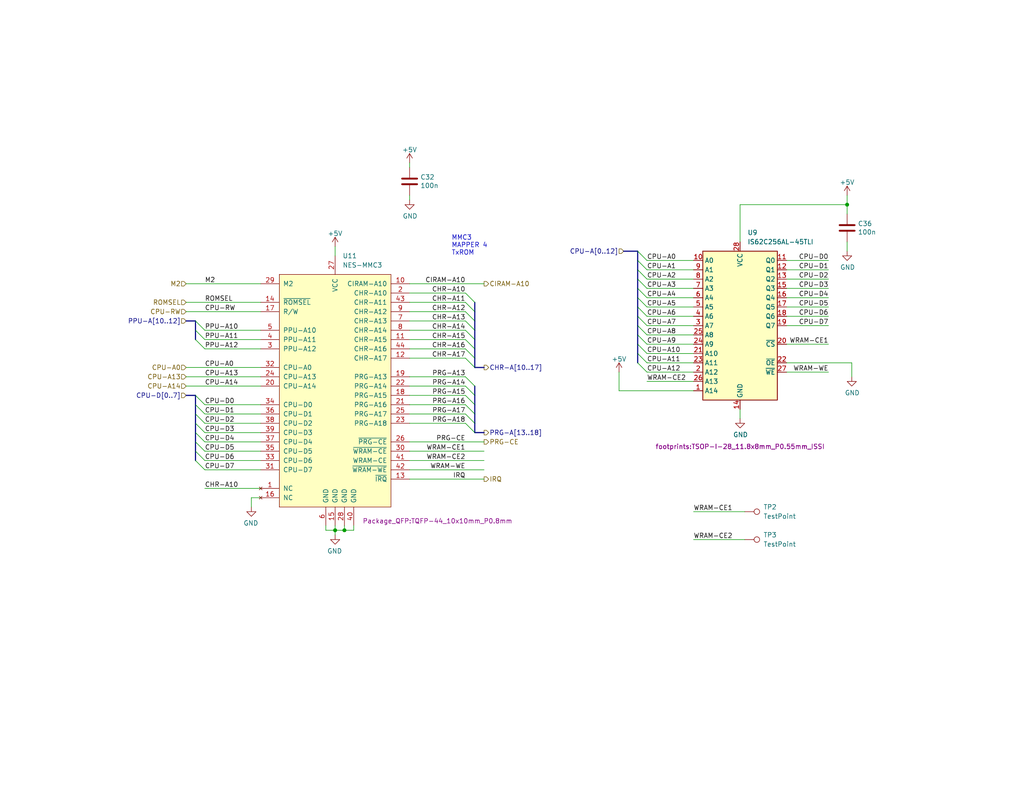
<source format=kicad_sch>
(kicad_sch (version 20211123) (generator eeschema)
  (paper "A")
  (title_block (title "InGame-NES MMC3") (date "2022-06-03") (rev "1") (company "Late to the Game"))
  (junction (at 198.12 -87.63))
  (junction (at 396.24 -24.13))
  (junction (at 396.24 57.15))
  (junction (at 215.9 -76.2))
  (junction (at 396.24 -39.37))
  (junction (at 91.44 144.78))
  (junction (at 215.9 -40.64))
  (junction (at 248.92 -106.68))
  (junction (at 396.24 11.43))
  (junction (at 231.14 55.88))
  (junction (at 356.87 -50.8))
  (junction (at 215.9 -60.96))
  (junction (at 93.98 144.78))
  (junction (at 156.21 -40.64))
  (junction (at 394.97 267.97))
  (junction (at 396.24 -3.81))
  (no_connect (at 199.39 -45.72))
  (bus_entry (at 12.7 -54.61) (size 2.54 2.54))
  (bus_entry (at 86.36 -80.01) (size 2.54 2.54))
  (bus_entry (at 86.36 -54.61) (size 2.54 2.54))
  (bus_entry (at 127 95.25) (size 2.54 2.54))
  (bus_entry (at 127 102.87) (size 2.54 2.54))
  (bus_entry (at 173.99 93.98) (size 2.54 2.54))
  (bus_entry (at 173.99 96.52) (size 2.54 2.54))
  (bus_entry (at 173.99 99.06) (size 2.54 2.54))
  (bus_entry (at 173.99 73.66) (size 2.54 2.54))
  (bus_entry (at 173.99 68.58) (size 2.54 2.54))
  (bus_entry (at 173.99 71.12) (size 2.54 2.54))
  (bus_entry (at 173.99 76.2) (size 2.54 2.54))
  (bus_entry (at 173.99 78.74) (size 2.54 2.54))
  (bus_entry (at 173.99 83.82) (size 2.54 2.54))
  (bus_entry (at 173.99 86.36) (size 2.54 2.54))
  (bus_entry (at 173.99 81.28) (size 2.54 2.54))
  (bus_entry (at 173.99 88.9) (size 2.54 2.54))
  (bus_entry (at 173.99 91.44) (size 2.54 2.54))
  (bus_entry (at 127 115.57) (size 2.54 2.54))
  (bus_entry (at 127 80.01) (size 2.54 2.54))
  (bus_entry (at 127 92.71) (size 2.54 2.54))
  (bus_entry (at 12.7 -39.37) (size 2.54 2.54))
  (bus_entry (at 12.7 -52.07) (size 2.54 2.54))
  (bus_entry (at 53.34 118.11) (size 2.54 2.54))
  (bus_entry (at 86.36 -67.31) (size 2.54 2.54))
  (bus_entry (at 12.7 -41.91) (size 2.54 2.54))
  (bus_entry (at 127 105.41) (size 2.54 2.54))
  (bus_entry (at 12.7 -77.47) (size 2.54 2.54))
  (bus_entry (at 127 113.03) (size 2.54 2.54))
  (bus_entry (at 12.7 -46.99) (size 2.54 2.54))
  (bus_entry (at 86.36 -57.15) (size 2.54 2.54))
  (bus_entry (at 127 87.63) (size 2.54 2.54))
  (bus_entry (at 127 85.09) (size 2.54 2.54))
  (bus_entry (at 86.36 -69.85) (size 2.54 2.54))
  (bus_entry (at 12.7 -49.53) (size 2.54 2.54))
  (bus_entry (at 12.7 -57.15) (size 2.54 2.54))
  (bus_entry (at 53.34 125.73) (size 2.54 2.54))
  (bus_entry (at 86.36 -62.23) (size 2.54 2.54))
  (bus_entry (at 86.36 -52.07) (size 2.54 2.54))
  (bus_entry (at 53.34 92.71) (size 2.54 2.54))
  (bus_entry (at 86.36 -85.09) (size 2.54 2.54))
  (bus_entry (at 86.36 -74.93) (size 2.54 2.54))
  (bus_entry (at 127 107.95) (size 2.54 2.54))
  (bus_entry (at 53.34 120.65) (size 2.54 2.54))
  (bus_entry (at 53.34 110.49) (size 2.54 2.54))
  (bus_entry (at 86.36 -77.47) (size 2.54 2.54))
  (bus_entry (at 53.34 113.03) (size 2.54 2.54))
  (bus_entry (at 53.34 115.57) (size 2.54 2.54))
  (bus_entry (at 127 90.17) (size 2.54 2.54))
  (bus_entry (at 12.7 -72.39) (size 2.54 2.54))
  (bus_entry (at 53.34 123.19) (size 2.54 2.54))
  (bus_entry (at 53.34 90.17) (size 2.54 2.54))
  (bus_entry (at 86.36 -72.39) (size 2.54 2.54))
  (bus_entry (at 53.34 87.63) (size 2.54 2.54))
  (bus_entry (at 53.34 107.95) (size 2.54 2.54))
  (bus_entry (at 86.36 -49.53) (size 2.54 2.54))
  (bus_entry (at 12.7 -44.45) (size 2.54 2.54))
  (bus_entry (at 127 82.55) (size 2.54 2.54))
  (bus_entry (at 86.36 -82.55) (size 2.54 2.54))
  (bus_entry (at 86.36 -59.69) (size 2.54 2.54))
  (bus_entry (at 12.7 -74.93) (size 2.54 2.54))
  (bus_entry (at 127 97.79) (size 2.54 2.54))
  (bus_entry (at 127 110.49) (size 2.54 2.54))
  (wire (pts (xy 50.8 105.41) (xy 71.12 105.41)))
  (wire (pts (xy 207.01 -50.8) (xy 199.39 -50.8)))
  (bus (pts (xy 12.7 -46.99) (xy 12.7 -44.45)))
  (wire (pts (xy 398.78 21.59) (xy 383.54 21.59)))
  (wire (pts (xy 226.06 81.28) (xy 214.63 81.28)))
  (bus (pts (xy 173.99 91.44) (xy 173.99 88.9)))
  (bus (pts (xy 129.54 85.09) (xy 129.54 87.63)))
  (bus (pts (xy 88.9 -57.15) (xy 88.9 -54.61)))
  (bus (pts (xy 12.7 -41.91) (xy 12.7 -39.37)))
  (bus (pts (xy 173.99 78.74) (xy 173.99 76.2)))
  (wire (pts (xy 398.78 -24.13) (xy 396.24 -24.13)))
  (wire (pts (xy 173.99 -33.02) (xy 171.45 -33.02)))
  (bus (pts (xy 173.99 71.12) (xy 173.99 68.58)))
  (wire (pts (xy 218.44 -40.64) (xy 215.9 -40.64)))
  (wire (pts (xy 173.99 -43.18) (xy 156.21 -43.18)))
  (wire (pts (xy 231.14 66.04) (xy 231.14 68.58)))
  (wire (pts (xy 186.69 -22.86) (xy 186.69 -25.4)))
  (wire (pts (xy 391.16 -16.51) (xy 391.16 -8.89)))
  (bus (pts (xy 173.99 68.58) (xy 170.18 68.58)))
  (wire (pts (xy 218.44 -76.2) (xy 215.9 -76.2)))
  (wire (pts (xy 176.53 96.52) (xy 189.23 96.52)))
  (wire (pts (xy 199.39 -58.42) (xy 210.82 -58.42)))
  (wire (pts (xy 215.9 -40.64) (xy 215.9 -25.4)))
  (bus (pts (xy 173.99 76.2) (xy 173.99 73.66)))
  (bus (pts (xy 88.9 -49.53) (xy 88.9 -46.99)))
  (wire (pts (xy 176.53 91.44) (xy 189.23 91.44)))
  (wire (pts (xy 198.12 -78.74) (xy 198.12 -73.66)))
  (wire (pts (xy 334.01 290.83) (xy 318.77 290.83)))
  (wire (pts (xy 176.53 73.66) (xy 189.23 73.66)))
  (wire (pts (xy 384.81 283.21) (xy 369.57 283.21)))
  (wire (pts (xy 317.5 -11.43) (xy 332.74 -11.43)))
  (wire (pts (xy 127 102.87) (xy 111.76 102.87)))
  (wire (pts (xy 176.53 71.12) (xy 189.23 71.12)))
  (wire (pts (xy 245.11 -106.68) (xy 248.92 -106.68)))
  (bus (pts (xy 53.34 107.95) (xy 50.8 107.95)))
  (wire (pts (xy 15.24 -44.45) (xy 30.48 -44.45)))
  (wire (pts (xy 176.53 99.06) (xy 189.23 99.06)))
  (wire (pts (xy 214.63 73.66) (xy 226.06 73.66)))
  (wire (pts (xy 186.69 -87.63) (xy 186.69 -66.04)))
  (wire (pts (xy 358.14 -6.35) (xy 375.92 -6.35)))
  (wire (pts (xy 317.5 -3.81) (xy 332.74 -3.81)))
  (wire (pts (xy 132.08 120.65) (xy 111.76 120.65)))
  (wire (pts (xy 86.36 -80.01) (xy 71.12 -80.01)))
  (wire (pts (xy 398.78 6.35) (xy 387.35 6.35)))
  (wire (pts (xy 30.48 -82.55) (xy 10.16 -82.55)))
  (wire (pts (xy 318.77 288.29) (xy 334.01 288.29)))
  (wire (pts (xy 215.9 -60.96) (xy 215.9 -76.2)))
  (wire (pts (xy 332.74 -8.89) (xy 317.5 -8.89)))
  (wire (pts (xy 15.24 -74.93) (xy 30.48 -74.93)))
  (bus (pts (xy 88.9 -52.07) (xy 88.9 -49.53)))
  (wire (pts (xy 398.78 -3.81) (xy 396.24 -3.81)))
  (wire (pts (xy 15.24 -46.99) (xy 30.48 -46.99)))
  (wire (pts (xy 429.26 54.61) (xy 414.02 54.61)))
  (wire (pts (xy 50.8 77.47) (xy 71.12 77.47)))
  (wire (pts (xy 176.53 88.9) (xy 189.23 88.9)))
  (bus (pts (xy 129.54 100.33) (xy 132.08 100.33)))
  (wire (pts (xy 189.23 139.7) (xy 203.2 139.7)))
  (bus (pts (xy 53.34 118.11) (xy 53.34 120.65)))
  (wire (pts (xy 198.12 -87.63) (xy 198.12 -86.36)))
  (wire (pts (xy 369.57 288.29) (xy 384.81 288.29)))
  (wire (pts (xy 127 105.41) (xy 111.76 105.41)))
  (bus (pts (xy 129.54 115.57) (xy 129.54 118.11)))
  (bus (pts (xy 12.7 -44.45) (xy 12.7 -41.91)))
  (wire (pts (xy 158.75 -53.34) (xy 173.99 -53.34)))
  (wire (pts (xy 318.77 278.13) (xy 334.01 278.13)))
  (wire (pts (xy 218.44 -60.96) (xy 215.9 -60.96)))
  (wire (pts (xy 127 97.79) (xy 111.76 97.79)))
  (wire (pts (xy 50.8 85.09) (xy 71.12 85.09)))
  (bus (pts (xy 88.9 -77.47) (xy 88.9 -74.93)))
  (wire (pts (xy 10.16 -59.69) (xy 30.48 -59.69)))
  (wire (pts (xy 248.92 -73.66) (xy 233.68 -73.66)))
  (wire (pts (xy 214.63 71.12) (xy 226.06 71.12)))
  (wire (pts (xy 10.16 -87.63) (xy 30.48 -87.63)))
  (wire (pts (xy 15.24 -36.83) (xy 30.48 -36.83)))
  (wire (pts (xy 156.21 -43.18) (xy 156.21 -40.64)))
  (wire (pts (xy 93.98 143.51) (xy 93.98 144.78)))
  (bus (pts (xy 12.7 -52.07) (xy 12.7 -49.53)))
  (wire (pts (xy 186.69 -87.63) (xy 198.12 -87.63)))
  (wire (pts (xy 201.93 55.88) (xy 201.93 66.04)))
  (wire (pts (xy 86.36 -59.69) (xy 71.12 -59.69)))
  (wire (pts (xy 15.24 -49.53) (xy 30.48 -49.53)))
  (wire (pts (xy 317.5 1.27) (xy 332.74 1.27)))
  (wire (pts (xy 318.77 280.67) (xy 334.01 280.67)))
  (wire (pts (xy 391.16 -34.29) (xy 391.16 -21.59)))
  (wire (pts (xy 396.24 41.91) (xy 396.24 57.15)))
  (wire (pts (xy 158.75 -45.72) (xy 173.99 -45.72)))
  (bus (pts (xy 12.7 -57.15) (xy 10.16 -57.15)))
  (wire (pts (xy 218.44 -45.72) (xy 210.82 -45.72)))
  (wire (pts (xy 71.12 -57.15) (xy 86.36 -57.15)))
  (wire (pts (xy 396.24 -3.81) (xy 396.24 11.43)))
  (bus (pts (xy 88.9 -64.77) (xy 91.44 -64.77)))
  (wire (pts (xy 318.77 283.21) (xy 334.01 283.21)))
  (wire (pts (xy -12.7 -35.56) (xy -12.7 -34.29)))
  (bus (pts (xy 88.9 -82.55) (xy 88.9 -80.01)))
  (wire (pts (xy 214.63 101.6) (xy 226.06 101.6)))
  (bus (pts (xy 129.54 113.03) (xy 129.54 115.57)))
  (wire (pts (xy 111.76 82.55) (xy 127 82.55)))
  (wire (pts (xy 398.78 -8.89) (xy 391.16 -8.89)))
  (wire (pts (xy 384.81 290.83) (xy 369.57 290.83)))
  (bus (pts (xy 53.34 123.19) (xy 53.34 125.73)))
  (wire (pts (xy 217.17 -106.68) (xy 219.71 -106.68)))
  (wire (pts (xy 71.12 -49.53) (xy 86.36 -49.53)))
  (bus (pts (xy 12.7 -54.61) (xy 12.7 -52.07)))
  (wire (pts (xy 429.26 -36.83) (xy 414.02 -36.83)))
  (wire (pts (xy 50.8 82.55) (xy 71.12 82.55)))
  (wire (pts (xy 358.14 -8.89) (xy 379.73 -8.89)))
  (wire (pts (xy 91.44 67.31) (xy 91.44 69.85)))
  (wire (pts (xy 429.26 -6.35) (xy 414.02 -6.35)))
  (wire (pts (xy 226.06 86.36) (xy 214.63 86.36)))
  (bus (pts (xy 12.7 -57.15) (xy 12.7 -54.61)))
  (wire (pts (xy 198.12 -90.17) (xy 198.12 -87.63)))
  (wire (pts (xy 317.5 3.81) (xy 332.74 3.81)))
  (wire (pts (xy 91.44 144.78) (xy 93.98 144.78)))
  (wire (pts (xy 398.78 11.43) (xy 396.24 11.43)))
  (bus (pts (xy 53.34 120.65) (xy 53.34 123.19)))
  (wire (pts (xy 217.17 -104.14) (xy 217.17 -106.68)))
  (wire (pts (xy 127 110.49) (xy 111.76 110.49)))
  (wire (pts (xy 332.74 -19.05) (xy 317.5 -19.05)))
  (wire (pts (xy 88.9 144.78) (xy 91.44 144.78)))
  (bus (pts (xy 173.99 83.82) (xy 173.99 81.28)))
  (bus (pts (xy 129.54 110.49) (xy 129.54 113.03)))
  (wire (pts (xy 375.92 52.07) (xy 375.92 -6.35)))
  (wire (pts (xy 158.75 -38.1) (xy 173.99 -38.1)))
  (bus (pts (xy 12.7 -77.47) (xy 10.16 -77.47)))
  (wire (pts (xy 398.78 -39.37) (xy 396.24 -39.37)))
  (bus (pts (xy 12.7 -49.53) (xy 12.7 -46.99)))
  (wire (pts (xy 384.81 280.67) (xy 369.57 280.67)))
  (wire (pts (xy 15.24 -69.85) (xy 30.48 -69.85)))
  (wire (pts (xy 248.92 -97.79) (xy 248.92 -96.52)))
  (wire (pts (xy 71.12 -77.47) (xy 86.36 -77.47)))
  (wire (pts (xy 71.12 123.19) (xy 55.88 123.19)))
  (wire (pts (xy 248.92 -106.68) (xy 248.92 -105.41)))
  (wire (pts (xy 379.73 36.83) (xy 379.73 -8.89)))
  (wire (pts (xy 231.14 55.88) (xy 231.14 58.42)))
  (wire (pts (xy 369.57 273.05) (xy 384.81 273.05)))
  (wire (pts (xy 398.78 -34.29) (xy 391.16 -34.29)))
  (wire (pts (xy 176.53 78.74) (xy 189.23 78.74)))
  (wire (pts (xy 414.02 -21.59) (xy 429.26 -21.59)))
  (wire (pts (xy 396.24 -3.81) (xy 396.24 -24.13)))
  (wire (pts (xy 248.92 -107.95) (xy 248.92 -106.68)))
  (wire (pts (xy 111.76 115.57) (xy 127 115.57)))
  (wire (pts (xy 71.12 -72.39) (xy 86.36 -72.39)))
  (wire (pts (xy 132.08 77.47) (xy 111.76 77.47)))
  (wire (pts (xy 356.87 -50.8) (xy 356.87 -49.53)))
  (wire (pts (xy 396.24 68.58) (xy 429.26 68.58)))
  (wire (pts (xy 55.88 118.11) (xy 71.12 118.11)))
  (wire (pts (xy 231.14 53.34) (xy 231.14 55.88)))
  (wire (pts (xy 91.44 -39.37) (xy 71.12 -39.37)))
  (wire (pts (xy 233.68 -27.94) (xy 248.92 -27.94)))
  (wire (pts (xy 91.44 -34.29) (xy 71.12 -34.29)))
  (wire (pts (xy 215.9 -76.2) (xy 215.9 -86.36)))
  (wire (pts (xy 334.01 270.51) (xy 318.77 270.51)))
  (wire (pts (xy 414.02 8.89) (xy 429.26 8.89)))
  (wire (pts (xy 50.8 100.33) (xy 71.12 100.33)))
  (wire (pts (xy 358.14 -13.97) (xy 387.35 -13.97)))
  (wire (pts (xy 332.74 -6.35) (xy 317.5 -6.35)))
  (wire (pts (xy 414.02 24.13) (xy 429.26 24.13)))
  (wire (pts (xy 111.76 92.71) (xy 127 92.71)))
  (wire (pts (xy 86.36 -54.61) (xy 71.12 -54.61)))
  (wire (pts (xy 93.98 144.78) (xy 96.52 144.78)))
  (wire (pts (xy 111.76 87.63) (xy 127 87.63)))
  (wire (pts (xy 214.63 93.98) (xy 226.06 93.98)))
  (bus (pts (xy 88.9 -59.69) (xy 88.9 -57.15)))
  (wire (pts (xy 176.53 101.6) (xy 189.23 101.6)))
  (wire (pts (xy 358.14 -16.51) (xy 391.16 -16.51)))
  (wire (pts (xy 91.44 -87.63) (xy 71.12 -87.63)))
  (wire (pts (xy 331.47 295.91) (xy 334.01 295.91)))
  (wire (pts (xy 210.82 -71.12) (xy 210.82 -58.42)))
  (wire (pts (xy 218.44 -71.12) (xy 210.82 -71.12)))
  (wire (pts (xy 50.8 -21.59) (xy 50.8 -20.32)))
  (wire (pts (xy 356.87 -41.91) (xy 356.87 -36.83)))
  (wire (pts (xy 232.41 99.06) (xy 232.41 102.87)))
  (wire (pts (xy 55.88 120.65) (xy 71.12 120.65)))
  (bus (pts (xy 129.54 95.25) (xy 129.54 97.79)))
  (bus (pts (xy 53.34 107.95) (xy 53.34 110.49)))
  (wire (pts (xy 396.24 -24.13) (xy 396.24 -39.37)))
  (wire (pts (xy 71.12 -82.55) (xy 86.36 -82.55)))
  (wire (pts (xy 111.76 53.34) (xy 111.76 54.61)))
  (bus (pts (xy 173.99 73.66) (xy 173.99 71.12)))
  (bus (pts (xy 129.54 82.55) (xy 129.54 85.09)))
  (wire (pts (xy 10.16 -62.23) (xy 30.48 -62.23)))
  (wire (pts (xy 226.06 88.9) (xy 214.63 88.9)))
  (wire (pts (xy 176.53 83.82) (xy 189.23 83.82)))
  (wire (pts (xy 71.12 -52.07) (xy 86.36 -52.07)))
  (wire (pts (xy 384.81 285.75) (xy 369.57 285.75)))
  (wire (pts (xy 111.76 107.95) (xy 127 107.95)))
  (wire (pts (xy 173.99 -55.88) (xy 158.75 -55.88)))
  (wire (pts (xy 30.48 -41.91) (xy 15.24 -41.91)))
  (wire (pts (xy 396.24 -39.37) (xy 396.24 -49.53)))
  (wire (pts (xy 171.45 -33.02) (xy 171.45 -24.13)))
  (bus (pts (xy 88.9 -54.61) (xy 88.9 -52.07)))
  (bus (pts (xy 129.54 107.95) (xy 129.54 110.49)))
  (bus (pts (xy 129.54 92.71) (xy 129.54 95.25)))
  (wire (pts (xy 158.75 -58.42) (xy 173.99 -58.42)))
  (wire (pts (xy 111.76 128.27) (xy 132.08 128.27)))
  (wire (pts (xy 398.78 36.83) (xy 379.73 36.83)))
  (wire (pts (xy 86.36 -74.93) (xy 71.12 -74.93)))
  (wire (pts (xy 396.24 26.67) (xy 396.24 11.43)))
  (wire (pts (xy 55.88 128.27) (xy 71.12 128.27)))
  (wire (pts (xy 369.57 267.97) (xy 394.97 267.97)))
  (wire (pts (xy 369.57 293.37) (xy 384.81 293.37)))
  (wire (pts (xy 10.16 -80.01) (xy 30.48 -80.01)))
  (wire (pts (xy 226.06 78.74) (xy 214.63 78.74)))
  (bus (pts (xy 173.99 86.36) (xy 173.99 83.82)))
  (wire (pts (xy 387.35 6.35) (xy 387.35 -13.97)))
  (wire (pts (xy 396.24 -49.53) (xy 429.26 -49.53)))
  (wire (pts (xy 55.88 115.57) (xy 71.12 115.57)))
  (wire (pts (xy 30.48 -72.39) (xy 15.24 -72.39)))
  (bus (pts (xy 173.99 81.28) (xy 173.99 78.74)))
  (bus (pts (xy 12.7 -74.93) (xy 12.7 -72.39)))
  (wire (pts (xy 10.16 -64.77) (xy 30.48 -64.77)))
  (wire (pts (xy 334.01 275.59) (xy 318.77 275.59)))
  (bus (pts (xy 53.34 90.17) (xy 53.34 92.71)))
  (wire (pts (xy 96.52 144.78) (xy 96.52 143.51)))
  (bus (pts (xy 129.54 87.63) (xy 129.54 90.17)))
  (wire (pts (xy 55.88 110.49) (xy 71.12 110.49)))
  (wire (pts (xy 345.44 13.97) (xy 345.44 11.43)))
  (wire (pts (xy 111.76 44.45) (xy 111.76 45.72)))
  (wire (pts (xy 345.44 -50.8) (xy 345.44 -29.21)))
  (bus (pts (xy 129.54 90.17) (xy 129.54 92.71)))
  (wire (pts (xy 132.08 130.81) (xy 111.76 130.81)))
  (wire (pts (xy 334.01 285.75) (xy 318.77 285.75)))
  (wire (pts (xy 396.24 57.15) (xy 398.78 57.15)))
  (wire (pts (xy 111.76 123.19) (xy 132.08 123.19)))
  (wire (pts (xy 218.44 -25.4) (xy 215.9 -25.4)))
  (wire (pts (xy 127 80.01) (xy 111.76 80.01)))
  (bus (pts (xy 88.9 -46.99) (xy 91.44 -46.99)))
  (wire (pts (xy 176.53 93.98) (xy 189.23 93.98)))
  (wire (pts (xy 214.63 99.06) (xy 232.41 99.06)))
  (wire (pts (xy 30.48 -52.07) (xy 15.24 -52.07)))
  (wire (pts (xy 394.97 276.86) (xy 394.97 278.13)))
  (bus (pts (xy 173.99 88.9) (xy 173.99 86.36)))
  (wire (pts (xy 384.81 275.59) (xy 369.57 275.59)))
  (bus (pts (xy 53.34 113.03) (xy 53.34 115.57)))
  (wire (pts (xy 176.53 76.2) (xy 189.23 76.2)))
  (wire (pts (xy 55.88 90.17) (xy 71.12 90.17)))
  (wire (pts (xy 414.02 39.37) (xy 429.26 39.37)))
  (bus (pts (xy 129.54 97.79) (xy 129.54 100.33)))
  (wire (pts (xy 358.14 -21.59) (xy 391.16 -21.59)))
  (wire (pts (xy 210.82 -53.34) (xy 210.82 -45.72)))
  (wire (pts (xy 318.77 267.97) (xy 334.01 267.97)))
  (bus (pts (xy 12.7 -77.47) (xy 12.7 -74.93)))
  (bus (pts (xy 173.99 96.52) (xy 173.99 93.98)))
  (wire (pts (xy 398.78 52.07) (xy 375.92 52.07)))
  (wire (pts (xy 50.8 102.87) (xy 71.12 102.87)))
  (wire (pts (xy 369.57 278.13) (xy 384.81 278.13)))
  (bus (pts (xy 53.34 87.63) (xy 53.34 90.17)))
  (wire (pts (xy 91.44 144.78) (xy 91.44 146.05)))
  (wire (pts (xy 68.58 138.43) (xy 68.58 135.89)))
  (wire (pts (xy 189.23 147.32) (xy 203.2 147.32)))
  (wire (pts (xy 86.36 -67.31) (xy 71.12 -67.31)))
  (bus (pts (xy 88.9 -67.31) (xy 88.9 -64.77)))
  (wire (pts (xy 171.45 -24.13) (xy 166.37 -24.13)))
  (wire (pts (xy 127 95.25) (xy 111.76 95.25)))
  (wire (pts (xy 111.76 113.03) (xy 127 113.03)))
  (wire (pts (xy 199.39 -55.88) (xy 218.44 -55.88)))
  (wire (pts (xy 86.36 -85.09) (xy 71.12 -85.09)))
  (wire (pts (xy 331.47 298.45) (xy 331.47 295.91)))
  (wire (pts (xy 127 85.09) (xy 111.76 85.09)))
  (wire (pts (xy 30.48 -39.37) (xy 15.24 -39.37)))
  (wire (pts (xy 398.78 26.67) (xy 396.24 26.67)))
  (wire (pts (xy 207.01 -30.48) (xy 207.01 -50.8)))
  (wire (pts (xy 111.76 125.73) (xy 132.08 125.73)))
  (wire (pts (xy 71.12 125.73) (xy 55.88 125.73)))
  (wire (pts (xy 317.5 -21.59) (xy 332.74 -21.59)))
  (wire (pts (xy 55.88 95.25) (xy 71.12 95.25)))
  (wire (pts (xy 226.06 83.82) (xy 214.63 83.82)))
  (wire (pts (xy 384.81 295.91) (xy 369.57 295.91)))
  (wire (pts (xy 127 90.17) (xy 111.76 90.17)))
  (wire (pts (xy 86.36 -69.85) (xy 71.12 -69.85)))
  (wire (pts (xy 201.93 114.3) (xy 201.93 111.76)))
  (wire (pts (xy 156.21 -40.64) (xy 156.21 -34.29)))
  (wire (pts (xy 248.92 -43.18) (xy 233.68 -43.18)))
  (wire (pts (xy 396.24 57.15) (xy 396.24 68.58)))
  (wire (pts (xy 168.91 106.68) (xy 189.23 106.68)))
  (wire (pts (xy 71.12 92.71) (xy 55.88 92.71)))
  (wire (pts (xy 91.44 143.51) (xy 91.44 144.78)))
  (bus (pts (xy 129.54 118.11) (xy 132.08 118.11)))
  (wire (pts (xy 356.87 -53.34) (xy 356.87 -50.8)))
  (wire (pts (xy 215.9 -40.64) (xy 215.9 -60.96)))
  (wire (pts (xy 398.78 41.91) (xy 396.24 41.91)))
  (wire (pts (xy 91.44 -36.83) (xy 71.12 -36.83)))
  (bus (pts (xy 173.99 99.06) (xy 173.99 96.52)))
  (bus (pts (xy 53.34 87.63) (xy 50.8 87.63)))
  (wire (pts (xy 55.88 133.35) (xy 71.12 133.35)))
  (wire (pts (xy -12.7 -44.45) (xy -12.7 -43.18)))
  (wire (pts (xy 233.68 -58.42) (xy 248.92 -58.42)))
  (wire (pts (xy 50.8 -97.79) (xy 50.8 -95.25)))
  (wire (pts (xy 358.14 -3.81) (xy 373.38 -3.81)))
  (wire (pts (xy 91.44 -41.91) (xy 71.12 -41.91)))
  (bus (pts (xy 88.9 -74.93) (xy 88.9 -72.39)))
  (wire (pts (xy 383.54 21.59) (xy 383.54 -11.43)))
  (wire (pts (xy 91.44 -44.45) (xy 71.12 -44.45)))
  (wire (pts (xy 394.97 267.97) (xy 394.97 269.24)))
  (wire (pts (xy 71.12 113.03) (xy 55.88 113.03)))
  (wire (pts (xy 317.5 -13.97) (xy 332.74 -13.97)))
  (bus (pts (xy 173.99 93.98) (xy 173.99 91.44)))
  (wire (pts (xy 88.9 143.51) (xy 88.9 144.78)))
  (wire (pts (xy 318.77 293.37) (xy 334.01 293.37)))
  (bus (pts (xy 88.9 -69.85) (xy 88.9 -67.31)))
  (wire (pts (xy 176.53 86.36) (xy 189.23 86.36)))
  (wire (pts (xy 394.97 266.7) (xy 394.97 267.97)))
  (bus (pts (xy 53.34 110.49) (xy 53.34 113.03)))
  (wire (pts (xy 86.36 -62.23) (xy 71.12 -62.23)))
  (wire (pts (xy 358.14 -11.43) (xy 383.54 -11.43)))
  (bus (pts (xy 53.34 115.57) (xy 53.34 118.11)))
  (wire (pts (xy 345.44 -50.8) (xy 356.87 -50.8)))
  (wire (pts (xy 199.39 -53.34) (xy 210.82 -53.34)))
  (bus (pts (xy 88.9 -80.01) (xy 88.9 -77.47)))
  (wire (pts (xy 215.9 -86.36) (xy 248.92 -86.36)))
  (wire (pts (xy 384.81 270.51) (xy 369.57 270.51)))
  (bus (pts (xy 88.9 -72.39) (xy 88.9 -69.85)))
  (wire (pts (xy 68.58 135.89) (xy 71.12 135.89)))
  (wire (pts (xy 176.53 104.14) (xy 189.23 104.14)))
  (wire (pts (xy 158.75 -50.8) (xy 173.99 -50.8)))
  (wire (pts (xy 218.44 -30.48) (xy 207.01 -30.48)))
  (wire (pts (xy 358.14 -19.05) (xy 398.78 -19.05)))
  (wire (pts (xy 168.91 101.6) (xy 168.91 106.68)))
  (wire (pts (xy 15.24 -54.61) (xy 30.48 -54.61)))
  (bus (pts (xy 129.54 105.41) (xy 129.54 107.95)))
  (wire (pts (xy 317.5 -16.51) (xy 332.74 -16.51)))
  (wire (pts (xy 176.53 81.28) (xy 189.23 81.28)))
  (wire (pts (xy 166.37 -24.13) (xy 166.37 -26.67)))
  (wire (pts (xy 214.63 76.2) (xy 226.06 76.2)))
  (wire (pts (xy 173.99 -40.64) (xy 156.21 -40.64)))
  (wire (pts (xy 201.93 55.88) (xy 231.14 55.88)))
  (wire (pts (xy 318.77 273.05) (xy 334.01 273.05)))
  (text "SxROM with PRG RAM\nSAROM Dragon Warrior 1\nSJROM Air Fortriss\nSKROM Zelda II\nSNROM Zelda\nSUROM Dragon Warrior 3/4" (at 308.61 218.44 0) (effects (font (size 1.27 1.27)) (justify left bottom)))
  (text "MMC1\nSEROM, SHROM, SH1ROM\npin 1 nc\npin 2 nc\npin 3 nc\npin 4 nc\n\nSNROM (21 games) 8KB PRG-RAM\npin 8 nc\npin 9 nc\npin 10 nc\npin 11 WRAM-CEn\n\nSUROM (dragon warrior 3 and 4) 8KB PRG-RAM\npin 8 nc\npin 9 nc\npin 10 nc\npin 11 to PRG-A18" (at 294.64 185.42 0) (effects (font (size 1.27 1.27)) (justify left bottom)))
  (text "A0-A10 = 2KB, 16Kb (6116)\nA0-A11 = 4KB, 32KB\nA0-A12 = 8KB, 64Kb (6264/7164) \nA0-A13 = 16KB, 128Kb (621024)\nA0-A14 = 32KB, 256Kb (62256/71256)\nA0-A15 = 64KB, 512Kb (62512)" (at -104.14 228.6 0) (effects (font (size 1.27 1.27)) (justify left bottom)))
  (text "Universal CHR area should consist of:\n\n8K of WRAM at 0000-1FFF; switchable to 2K or 4K.  Must allow A10/A11/A12 and\n/CE access\n\n8K of VRAM at 2000-3FFF; must allow A10/A11/A12/CE/WE/OE access\n\n1024K of C-ROM at 2000-3FFF bankswitched.  Must allow to be able to be \nswitched from 2K, 4K, 8K, 16K, 32K, 64K, 128K, 256K, 512K, and 1024K.\n\nUniversal PRG area should consist of:\n\n12K of RAM switchable at 5000-7FFF; should be able to turn off individual\n256-byte segments.\n1024K of ROM switchable from 2K to 1024K." (at 394.97 110.49 0) (effects (font (size 1.27 1.27)) (justify left bottom)))
  (text "MMC3 clone AX5202P (600 mil 40-pin DIP package)\n               .--\\/--.                      \n       M2 -> |01  40| -- VCC       \nWRAM /CE <- |02  39| -- NC        \n   CPU D7 -> |03  38| -> PRG /CE   \n   CPU A0 -> |04  37| -> PRG A17     \n   CPU D6 -> |05  36| <- CPU A13   \n   CPU D0 -> |06  35| -> PRG A18     \n   CPU D5 -> |07  34| -> PRG A14      \n   CPU D1 -> |08  33| -> PRG A16     \n   CPU D4 -> |09  32| <- CPU A14       \n   CPU D2 -> |10  31| -> PRG A13     \n   CPU D3 -> |11  30| -> PRG A15       \nWRAM +CE <- |12  29| <- CPU R/W     \nWRAM /WE <- |13  28| <- /ROMSEL        \n  CHR A11 <- |14  27| -> /IRQ            \n  CHR A16 <- |15  26| -> CHR A17       \n  CHR A10 <- |16  25| -> CHR A15         \n  PPU A12 -> |17  24| -> CIRAM A10      \n  PPU A11 -> |18  23| -> CHR A12      \n  PPU A10 -> |19  22| -> CHR A14      \n      GND -- |20  21| -> CHR A13        \n               `------'      \n            AX5202P #1  " (at 294.64 127 0) (effects (font (size 1.27 1.27)) (justify left bottom)))
  (text "UNROM\nMAPPER 2\nUxROM\nCHR RAM 8KB" (at 162.56 -66.04 0) (effects (font (size 1.27 1.27)) (justify left bottom)))
  (text "SEROM (32KB PRG, 64KB CHR)\nAdventures of Lolo\nDr Mario\nRC Pro-Am\nSnake Rattle n Roll\nTetris\n\nSFROM (256KB PRG, 64KB CHR)\nBases Loaded\nBubble Bobble\nYoshi\n\nSGROM (256KB PRG, 8KB CHR ROM/RAM)\nBionic Commando\nFaxanadu\nMega Man 2\nRad Racer\nStrider\n\nSKROM (256KB PRG, 8KB PRG-RAM, 128KB CHR)\nZelda II\n\nSLROM (256KB PRG, 128KB CHR)\nCastlevania II\nChip n Dale\nDouble Dragon\nGuerrilla War\n\nSNROM (256KB PRG, 8KB PRG-RAM, 8KB CHR RAM/ROM)\nBomberman 2\nDragon Warrior II\nFinal Fantasy\nLegend of Zelda\nMetroid\n" (at 360.68 198.12 0) (effects (font (size 1.27 1.27)) (justify left bottom)))
  (text "UNROM 512\nMAPPER 30\nNES Maker" (at 377.19 -31.75 0) (effects (font (size 1.27 1.27)) (justify left bottom)))
  (text "TSROM Max. 512K PRG, 256K CHR, 8K WRAM, Non-battery-backed.\n(22 games)\nBugs Bunny Birthday Blowout  128/128\nNorth and South   128/128\nSuper Mario Bros 2   128/128\nSuper Mario Bros 3   256/128\n\nTKROM Max. 512K PRG, 256K CHR, 8K WRAM, Battery-backed.\n(15 games)\nCrystalis   256/128\nKirby's Adventure   512/256\nMother   256/128\nWario's Woods   256/256\n\nTGROM Max. 512K PRG, 8K CHR-RAM\nMega Man 4   512/0\nMega Man 6   512/0" (at -48.26 270.51 0) (effects (font (size 1.27 1.27)) (justify left bottom)))
  (text "TLROM - Max. 512K PRG, 256K CHR\n(131 games)\nAdventure Island 2 128/128\nBatman 128/128\nBubble Bobble 2 128/128\nDouble Dragon 2 128/128\nDouble Dragon 3 128/128\nLittle Nemo 128/128\nMega Man 3 256/128\nMega Man 5 256/256\nRiver City Ransom 128/128\nSuper C 128/128\nTMNT 2 256/256\nTMNT 3 256/256\nTiny Toon Adventures 128/128\nKiwi Kraze 128/128\nLittle Samson 256/128\nNinja Gaiden II 128/128\nNinja Gaiden III 128/128" (at 33.02 270.51 0) (effects (font (size 1.27 1.27)) (justify left bottom)))
  (text "MMC3\nMAPPER 4\nTxROM" (at 123.19 69.85 0) (effects (font (size 1.27 1.27)) (justify left bottom)))
  (text "TxROM with PRG RAM\nTKROM Kirby\nTSROM Mario Bros 3\nTNROM Final Fantasy III (J)" (at 353.06 226.06 0) (effects (font (size 1.27 1.27)) (justify left bottom)))
  (text "SST39SF010A  1Mb (128K x 8)\nSST39SF020A  2Mb (256K x 8)\nSST39SF040   4Mb (512K x 8)\n\npin31 = /WE" (at -58.42 228.6 0) (effects (font (size 1.27 1.27)) (justify left bottom)))
  (text "(r) this line goes to the ROM only.\n(s) this line is Shared between the ROM, MMC/chip, and Nintendo\n(n) this line connects to the NES cart edge only, and not the ROM\n(w) this line connects to the WRAM only and nowhere else\n\n1  - ??? *1        23 - PRG A17 (r)\n2  - CHR A10 (r)   24 - PRG A13 (n)\n3  - CHR A12 (n)   25 - PRG A18 (r)\n4  - CHR A11 (n)   26 - PRG /CE (r)\n5  - CHR A10 (n)   27 - +5V\n6  - GND           28 - GND\n7  - CHR A13 (r)   29 - M2\n8  - CHR A14 (r)   30 - WRAM /CE (w)\n9  - CHR A12 (r)   31 - PRG D7 (s)\n10 - CIRAM A10 (n)*32 - PRG A0 (s)\n11 - CHR A15 (r)   33 - PRG D6 (s)\n12 - CHR A17 (r)   34 - PRG D0 (s)\n13 - /IRQ          35 - PRG D5 (s)\n14 - PRG /CE (n)   36 - PRG D1 (s)\n15 - GND           37 - PRG D4 (s)\n16 - ??? *2        38 - PRG D2 (s)\n17 - PRG R/W (n)   39 - PRG D3 (s)\n18 - PRG A15 (r)   40 - GND\n19 - PRG A13 (r)   41 - WRAM CE (w)\n20 - PRG A14 (n)   42 - WRAM /WE (w)\n21 - PRG A16 (r)   43 - CHR A11 (r)\n22 - PRG A14 (r)   44 - CHR A16 (r)\n\n*:  On Gauntlet, this is unused.\n\n\n*1: PINS 1 & 2.  Sometimes these are connected together.  If they are not,\npin 1 is left floating.\n\n*2: PIN 16. Sometimes this is connected to ground.  Other times it is left\nfloating.  \n\nIt seems that pins 1,2 & 16 are related; pins 1 & 2 are shorted as are pins\n15 and 16.  Or else pisn 1 & 2 are left open as well as 15 & 16.  I've never\nseen say, pins 1 & 2 shorted while pin 16 was open or vice-versa.  I suspect\nthey relate to extra RAM in the CHR section." (at -106.68 90.17 0) (effects (font (size 1.27 1.27)) (justify left bottom)))
  (text "74x32 QUAD 2-Input OR" (at 217.17 -90.17 0) (effects (font (size 1.27 1.27)) (justify left bottom)))
  (text "Pin 31 PGM is WE#\nPin 22 CE is CE#\nPin 24 OE is OE#" (at 118.11 240.03 0) (effects (font (size 1.27 1.27)) (justify left bottom)))
  (text "Mapper 2\nBlades of Steel\nCastlevania\nContra\nDucktales\nGoonies II\nJackal\nMega Man\nMetal Gear\nRainbow Islands" (at 289.56 63.5 0) (effects (font (size 1.27 1.27)) (justify left bottom)))
  (text "*****************************************\n*         MMC3 containing boards        *\n*****************************************\n\n\nNES-TKROM-10\n------------\n\n8K battery-backed SRAM, 256K of C-ROM, and 512K of P-ROM.\n\nNES-TR1ROM-01\n-------------\n\nIntresting cart.  Has 4K of RAM mapped into 0000-1FFF of the PPU's\naddress space (it disables the CIRAM), and 64K of C-ROM at 2000-3FFF.\nThere is space for up to 512K of P-ROM.\n\nNES-TLROM-03\n------------\n\nUp to 256K of C-ROM and 512K of P-ROM.\n\nNES-TSROM-[04,06,07]\n--------------------\n\n8K of WRAM mapped in at 6000-7FFF \n(24K to 32K [A12+A13 to A14])in the CPU's address space.  \nUp to 256K of C-ROM and 512K of P-ROM.\n\nNES-TGROM-01\n------------\n\n8K of C-RAM, with up to 512K of P-ROM.\n\n352026 (Konami)\n---------------\n\n128K of C-ROM and 128K of P-ROM.  " (at -96.52 181.61 0) (effects (font (size 1.27 1.27)) (justify left bottom)))
  (text "Board wiring variants\nThe TKSROM and TLSROM boards, assigned to INES Mapper 118, connect the upper bank select line directly to VRAM A10, allowing more flexible control over nametable mirroring.\nTLSROM refers to a variant of the TLROM board with the VRAM mirroring signals routed through the CHR side of the Nintendo MMC3 a different way, as described in iNES Mapper 118.\nTxSROM is used to designate TKSROM and TLSROM boards, both of which use the Nintendo MMC3 in a nonstandard way. \nThe only known difference between these boards and TKROM and TLROM is the mirroring configuration. \nThe CHR A17 line connects directly to CIRAM A10 line instead of MMC3's CIRAM A10 output, to compensate for the MMC3's lack of single-screen mirroring.\nThe iNES format assigns iNES Mapper 118 to these boards.\n\nThe TQROM board, assigned to INES Mapper 119, uses both CHR ROM and CHR RAM simultaneously, using the 2nd-highest CHR bank select line to choose between them (on a per-bank basis)." (at 85.09 274.32 0) (effects (font (size 1.27 1.27)) (justify left bottom)))
  (text "MMC1\nMAPPER 1\nSxROM" (at 326.39 259.08 0) (effects (font (size 1.27 1.27)) (justify left bottom)))
  (text "UNROM\nD0\nD1\nD2\n\nUOROM (3 games)\nBest of the Best: Championship Karate\nPaperboy 2\nMomotarou Dentetsu\nD0\nD1\nD2\nD3" (at 292.1 31.75 0) (effects (font (size 1.27 1.27)) (justify left bottom)))
  (label "VRAM-A14" (at 429.26 54.61 180))
  (label "CPU-D2" (at 226.06 76.2 180))
  (label "WRAM-WE" (at 226.06 101.6 180))
  (label "CPU-D3" (at 317.5 -13.97 0))
  (label "CPU-D6" (at 55.88 125.73 0))
  (label "WRAM-CE2" (at 86.36 -39.37 180))
  (label "CHR-A14" (at 127 90.17 180))
  (label "CPU-D0" (at 226.06 71.12 180))
  (label "PRG-A16" (at 429.26 -6.35 180))
  (label "CPU-D2" (at 15.24 -49.53 0))
  (label "PRG-A17" (at 86.36 -52.07 180))
  (label "CPU-D6" (at 15.24 -39.37 0))
  (label "PRG-A16" (at 248.92 -43.18 180))
  (label "CPU-A13" (at 15.24 -62.23 0))
  (label "CIRAM-A10" (at 86.36 -87.63 180))
  (label "PRG-A15" (at 248.92 -58.42 180))
  (label "CPU-A3" (at 176.53 78.74 0))
  (label "CPU-A0" (at 15.24 -64.77 0))
  (label "PRG-CE" (at 127 120.65 180))
  (label "PRG-A15" (at 318.77 270.51 0))
  (label "CPU-A8" (at 176.53 91.44 0))
  (label "CPU-D2" (at 158.75 -53.34 0))
  (label "WRAM-CE1" (at 127 123.19 180))
  (label "CPU-RW" (at 158.75 -45.72 0))
  (label "CPU-A5" (at 176.53 83.82 0))
  (label "CPU-D0" (at 15.24 -54.61 0))
  (label "CPU-D4" (at 226.06 81.28 180))
  (label "ROMSEL" (at 55.88 82.55 0))
  (label "CHR-A12" (at 318.77 283.21 0))
  (label "CPU-D3" (at 226.06 78.74 180))
  (label "CPU-D1" (at 15.24 -52.07 0))
  (label "CHR-A14" (at 86.36 -74.93 180))
  (label "ROMSEL" (at 15.24 -82.55 0))
  (label "CPU-D0" (at 55.88 110.49 0))
  (label "CPU-D5" (at 317.5 -8.89 0))
  (label "CPU-D0" (at 317.5 -21.59 0))
  (label "WRAM-CE1" (at 226.06 93.98 180))
  (label "IRQ" (at 127 130.81 180))
  (label "WRAM-CE2" (at 127 125.73 180))
  (label "WRAM-WE" (at 127 128.27 180))
  (label "IRQ" (at 86.36 -34.29 180))
  (label "CHR-A10" (at 127 80.01 180))
  (label "PPU-A12" (at 15.24 -69.85 0))
  (label "CHR-A17" (at 127 97.79 180))
  (label "CHR-A17" (at 86.36 -67.31 180))
  (label "WRAM-WE" (at 86.36 -36.83 180))
  (label "CPU-D1" (at 317.5 -19.05 0))
  (label "ROMSEL" (at 317.5 1.27 0))
  (label "PRG-A13" (at 86.36 -62.23 180))
  (label "PRG-A18" (at 86.36 -49.53 180))
  (label "CPU-D5" (at 15.24 -41.91 0))
  (label "M2" (at 55.88 77.47 0))
  (label "CPU-A12" (at 176.53 101.6 0))
  (label "CPU-A9" (at 176.53 93.98 0))
  (label "CPU-A14" (at 384.81 275.59 180))
  (label "WRAM-CE2" (at 189.23 147.32 0))
  (label "CHR-A16" (at 86.36 -69.85 180))
  (label "CHR-A11" (at 127 82.55 180))
  (label "CPU-A1" (at 176.53 73.66 0))
  (label "PRG-A17" (at 248.92 -27.94 180))
  (label "CPU-A2" (at 176.53 76.2 0))
  (label "PRG-A17" (at 318.77 275.59 0))
  (label "CPU-A7" (at 176.53 88.9 0))
  (label "CHR-A11" (at 86.36 -82.55 180))
  (label "CPU-A0" (at 176.53 71.12 0))
  (label "CIRAM-A10" (at 127 77.47 180))
  (label "PPU-A12" (at 55.88 95.25 0))
  (label "CPU-D7" (at 317.5 -3.81 0))
  (label "ROMSEL" (at 384.81 278.13 180))
  (label "PRG-A16" (at 127 110.49 180))
  (label "CPU-D5" (at 226.06 83.82 180))
  (label "CPU-D5" (at 55.88 123.19 0))
  (label "CHR-A16" (at 127 95.25 180))
  (label "PRG-A15" (at 429.26 -21.59 180))
  (label "CHR-A14" (at 318.77 288.29 0))
  (label "PRG-A17" (at 127 113.03 180))
  (label "WRAM-CE1" (at 318.77 293.37 0))
  (label "CHR-A13" (at 127 87.63 180))
  (label "CPU-D4" (at 55.88 120.65 0))
  (label "CHR-A15" (at 127 92.71 180))
  (label "PRG-A15" (at 127 107.95 180))
  (label "PRG-A14" (at 86.36 -59.69 180))
  (label "CPU-A10" (at 176.53 96.52 0))
  (label "CHR-A15" (at 318.77 290.83 0))
  (label "CPU-RW" (at 384.81 285.75 180))
  (label "CPU-D3" (at 158.75 -50.8 0))
  (label "CHR-A12" (at 127 85.09 180))
  (label "WRAM-CE1" (at 86.36 -41.91 180))
  (label "CPU-A11" (at 176.53 99.06 0))
  (label "CPU-A14" (at 55.88 105.41 0))
  (label "PPU-A12" (at 384.81 290.83 180))
  (label "CHR-A12" (at 86.36 -80.01 180))
  (label "CPU-D7" (at 15.24 -36.83 0))
  (label "PPU-A11" (at 55.88 92.71 0))
  (label "PRG-A18" (at 127 115.57 180))
  (label "PRG-A16" (at 318.77 273.05 0))
  (label "WRAM-CE2" (at 176.53 104.14 0))
  (label "CPU-D1" (at 158.75 -55.88 0))
  (label "PRG-A17" (at 429.26 8.89 180))
  (label "PPU-A10" (at 384.81 295.91 180))
  (label "PRG-A15" (at 86.36 -57.15 180))
  (label "WRAM-CE2" (at 318.77 280.67 0))
  (label "CPU-RW" (at 317.5 3.81 0))
  (label "PRG-A13" (at 127 102.87 180))
  (label "CPU-A4" (at 176.53 81.28 0))
  (label "PRG-A14" (at 318.77 267.97 0))
  (label "CHR-A10" (at 55.88 133.35 0))
  (label "PPU-A11" (at 15.24 -72.39 0))
  (label "PRG-CE" (at 318.77 278.13 0))
  (label "CPU-D7" (at 384.81 280.67 180))
  (label "PRG-A14" (at 429.26 -36.83 180))
  (label "WRAM-CE1" (at 189.23 139.7 0))
  (label "CPU-RW" (at 55.88 85.09 0))
  (label "CPU-D0" (at 384.81 283.21 180))
  (label "PPU-A13" (at 429.26 68.58 180))
  (label "CPU-D4" (at 317.5 -11.43 0))
  (label "CPU-A14" (at 429.26 -49.53 180))
  (label "CPU-D1" (at 226.06 73.66 180))
  (label "CPU-D0" (at 158.75 -58.42 0))
  (label "CHR-A13" (at 318.77 285.75 0))
  (label "CPU-D7" (at 226.06 88.9 180))
  (label "CPU-D6" (at 317.5 -6.35 0))
  (label "CPU-D3" (at 15.24 -46.99 0))
  (label "CHR-A10" (at 86.36 -85.09 180))
  (label "CIRAM-A10" (at 384.81 288.29 180))
  (label "PRG-A16" (at 86.36 -54.61 180))
  (label "CPU-D3" (at 55.88 118.11 0))
  (label "M2" (at 384.81 270.51 180))
  (label "CPU-A14" (at 248.92 -86.36 180))
  (label "CPU-D2" (at 55.88 115.57 0))
  (label "PPU-A11" (at 384.81 293.37 180))
  (label "VRAM-A13" (at 429.26 39.37 180))
  (label "CPU-A13" (at 55.88 102.87 0))
  (label "CPU-A14" (at 15.24 -59.69 0))
  (label "CPU-A13" (at 384.81 273.05 180))
  (label "CPU-D1" (at 55.88 113.03 0))
  (label "CIRAM-A10" (at 373.38 -3.81 180))
  (label "CHR-A13" (at 86.36 -77.47 180))
  (label "CPU-A0" (at 55.88 100.33 0))
  (label "M2" (at 15.24 -87.63 0))
  (label "CPU-D7" (at 55.88 128.27 0))
  (label "PPU-A10" (at 55.88 90.17 0))
  (label "CPU-RW" (at 15.24 -80.01 0))
  (label "PRG-A18" (at 429.26 24.13 180))
  (label "CPU-D2" (at 317.5 -16.51 0))
  (label "CPU-A6" (at 176.53 86.36 0))
  (label "CPU-D6" (at 226.06 86.36 180))
  (label "PRG-A14" (at 127 105.41 180))
  (label "PPU-A10" (at 15.24 -74.93 0))
  (label "PRG-CE" (at 86.36 -44.45 180))
  (label "CPU-D4" (at 15.24 -44.45 0))
  (label "ROMSEL" (at 158.75 -38.1 0))
  (label "PRG-A14" (at 248.92 -73.66 180))
  (label "CHR-A15" (at 86.36 -72.39 180))
  (hierarchical_label "IRQ" (shape output) (at 132.08 130.81 0))
  (hierarchical_label "PPU-A[10..12]" (shape input) (at 50.8 87.63 180))
  (hierarchical_label "CIRAM-A10" (shape output) (at 132.08 77.47 0))
  (hierarchical_label "CPU-A[0..12]" (shape input) (at 170.18 68.58 180))
  (hierarchical_label "ROMSEL" (shape input) (at 50.8 82.55 180))
  (hierarchical_label "PRG-A[13..18]" (shape output) (at 132.08 118.11 0))
  (hierarchical_label "PRG-CE" (shape output) (at 132.08 120.65 0))
  (hierarchical_label "CHR-A[10..17]" (shape output) (at 132.08 100.33 0))
  (hierarchical_label "M2" (shape input) (at 50.8 77.47 180))
  (hierarchical_label "CPU-A14" (shape input) (at 50.8 105.41 180))
  (hierarchical_label "CPU-A0" (shape input) (at 50.8 100.33 180))
  (hierarchical_label "CPU-RW" (shape input) (at 50.8 85.09 180))
  (hierarchical_label "CPU-A13" (shape input) (at 50.8 102.87 180))
  (hierarchical_label "CPU-D[0..7]" (shape input) (at 50.8 107.95 180))
  (symbol (lib_id "power:GND") (at 50.8 -20.32 0) (mirror y) (unit 1)
    (property "Reference" "#PWR0139" (effects hide))
    (property "Value" "GND" (at 50.673 -15.9258 0))
  )
  (symbol (lib_id "power:GND") (at -12.7 -34.29 0) (mirror y) (unit 1)
    (property "Reference" "#PWR0141" (effects hide))
    (property "Value" "GND" (at -12.827 -29.8958 0))
  )
  (symbol (lib_id "Device:C") (at -12.7 -39.37 0) (mirror x) (unit 1)
    (property "Reference" "#C1" (at -15.621 -40.5384 0) (effects (justify right)))
    (property "Value" "100n" (at -15.621 -38.227 0) (effects (justify right)))
    (property "Footprint" "Capacitor_SMD:C_0402_1005Metric" (effects hide))
    (property "Description" "CAP CER 0.1UF 16V X7R 0402" (effects hide))
    (property "QOH" "10000" (effects hide))
  )
  (symbol (lib_id "power:+5V") (at -12.7 -44.45 0) (mirror y) (unit 1)
    (property "Reference" "#PWR0202" (effects hide))
    (property "Value" "+5V" (at -12.7 -48.006 0))
  )
  (symbol (lib_id "00Custom:NES-MMC3-DIP") (at 50.8 -62.23 0) (unit 1)
    (property "Reference" "#U1" (at 52.8194 -95.25 0) (effects (justify left)))
    (property "Value" "NES-MMC3-DIP" (at 52.8194 -92.71 0) (effects (justify left)))
    (property "Footprint" "Package_DIP:DIP-40_W15.24mm_Socket" (at 74.93 -24.13 0))
  )
  (symbol (lib_id "00Custom:NES-MMC1") (at 351.79 280.67 0) (unit 1)
    (property "Reference" "#U14" (at 351.79 261.239 0))
    (property "Value" "NES-MMC1" (at 351.79 263.5504 0))
    (property "Footprint" "Package_DIP:DIP-24_W7.62mm_Socket" (effects hide))
  )
  (symbol (lib_id "power:GND") (at 331.47 298.45 0) (mirror y) (unit 1)
    (property "Reference" "#PWR0138" (effects hide))
    (property "Value" "GND" (at 331.343 302.8442 0))
  )
  (symbol (lib_id "power:GND") (at 394.97 278.13 0) (unit 1)
    (property "Reference" "#PWR0140" (effects hide))
    (property "Value" "GND" (at 395.097 282.5242 0))
  )
  (symbol (lib_id "Device:C") (at 394.97 273.05 180) (unit 1)
    (property "Reference" "#C10" (at 397.891 271.8816 0) (effects (justify right)))
    (property "Value" "100n" (at 397.891 274.193 0) (effects (justify right)))
    (property "Footprint" "Capacitor_SMD:C_0402_1005Metric" (effects hide))
    (property "Description" "CAP CER 0.1UF 16V X7R 0402" (effects hide))
    (property "QOH" "10000" (effects hide))
  )
  (symbol (lib_id "power:+5V") (at 394.97 266.7 0) (unit 1)
    (property "Reference" "#PWR0197" (effects hide))
    (property "Value" "+5V" (at 394.97 263.144 0))
  )
  (symbol (lib_id "power:GND") (at 111.76 54.61 0) (unit 1)
    (property "Reference" "#PWR0173" (effects hide))
    (property "Value" "GND" (at 111.887 59.0042 0))
  )
  (symbol (lib_id "Device:C") (at 111.76 49.53 180) (unit 1)
    (property "Reference" "C32" (at 114.681 48.3616 0) (effects (justify right)))
    (property "Value" "100n" (at 114.681 50.673 0) (effects (justify right)))
    (property "Footprint" "Capacitor_SMD:C_0402_1005Metric" (effects hide))
    (property "Description" "CAP CER 0.1UF 16V X7R 0402" (effects hide))
    (property "QOH" "10000" (effects hide))
    (property "Digikey" "1276-1509-2-ND" (effects hide))
    (property "MPN" "CL05B104KO5NNWC" (effects hide))
  )
  (symbol (lib_id "power:+5V") (at 111.76 44.45 0) (unit 1)
    (property "Reference" "#PWR0198" (effects hide))
    (property "Value" "+5V" (at 111.76 40.894 0))
  )
  (symbol (lib_id "00Custom:NES-MMC3") (at 91.44 102.87 0) (unit 1)
    (property "Reference" "U11" (at 93.4594 69.85 0) (effects (justify left)))
    (property "Value" "NES-MMC3" (at 93.4594 72.39 0) (effects (justify left)))
    (property "Footprint" "Package_QFP:TQFP-44_10x10mm_P0.8mm" (at 119.38 142.24 0))
  )
  (symbol (lib_id "power:GND") (at 91.44 146.05 0) (mirror y) (unit 1)
    (property "Reference" "#PWR0171" (effects hide))
    (property "Value" "GND" (at 91.313 150.4442 0))
  )
  (symbol (lib_id "power:+5V") (at 50.8 -97.79 0) (mirror y) (unit 1)
    (property "Reference" "#PWR0193" (effects hide))
    (property "Value" "+5V" (at 50.8 -101.346 0))
  )
  (symbol (lib_id "power:+5V") (at 91.44 67.31 0) (unit 1)
    (property "Reference" "#PWR0199" (effects hide))
    (property "Value" "+5V" (at 91.44 63.754 0))
  )
  (symbol (lib_id "74xx:74LS161") (at 186.69 -45.72 0) (unit 1)
    (property "Reference" "#U12" (at 180.34 -64.77 0))
    (property "Value" "74HC161" (at 195.58 -27.94 0))
    (property "Footprint" "Package_SO:TSSOP-16_4.4x5mm_P0.65mm" (at 195.58 -24.13 0))
    (property "Datasheet" "http://www.ti.com/lit/gpn/sn74LS161" (effects hide))
  )
  (symbol (lib_id "power:+5V") (at 198.12 -90.17 0) (unit 1)
    (property "Reference" "#PWR0200" (effects hide))
    (property "Value" "+5V" (at 198.12 -93.726 0))
  )
  (symbol (lib_id "power:GND") (at 198.12 -73.66 0) (unit 1)
    (property "Reference" "#PWR0155" (effects hide))
    (property "Value" "GND" (at 198.247 -69.2658 0))
  )
  (symbol (lib_id "Device:C") (at 198.12 -82.55 180) (unit 1)
    (property "Reference" "#C8" (at 201.041 -83.7184 0) (effects (justify right)))
    (property "Value" "100n" (at 201.041 -81.407 0) (effects (justify right)))
    (property "Footprint" "Capacitor_SMD:C_0402_1005Metric" (effects hide))
    (property "Description" "CAP CER 0.1UF 16V X7R 0402" (effects hide))
    (property "QOH" "10000" (effects hide))
  )
  (symbol (lib_id "power:GND") (at 186.69 -22.86 0) (unit 1)
    (property "Reference" "#PWR0156" (effects hide))
    (property "Value" "GND" (at 186.817 -18.4658 0))
  )
  (symbol (lib_id "power:+5V") (at 166.37 -26.67 0) (unit 1)
    (property "Reference" "#PWR0201" (effects hide))
    (property "Value" "+5V" (at 166.37 -30.226 0))
  )
  (symbol (lib_id "power:GND") (at 156.21 -34.29 0) (unit 1)
    (property "Reference" "#PWR0158" (effects hide))
    (property "Value" "GND" (at 156.337 -29.8958 0))
  )
  (symbol (lib_id "74xx:74LS32") (at 226.06 -58.42 0) (unit 1)
    (property "Reference" "#U13" (at 226.06 -66.675 0))
    (property "Value" "74HC32" (at 226.06 -64.3636 0))
    (property "Footprint" "Package_SO:TSSOP-14_4.4x5mm_P0.65mm" (effects hide))
    (property "Datasheet" "http://www.ti.com/lit/gpn/sn74LS32" (effects hide))
  )
  (symbol (lib_id "74xx:74LS32") (at 226.06 -27.94 0) (unit 2)
    (property "Reference" "#U13" (at 226.06 -36.195 0))
    (property "Value" "74HC32" (at 226.06 -33.8836 0))
    (property "Footprint" "Package_SO:TSSOP-14_4.4x5mm_P0.65mm" (effects hide))
    (property "Datasheet" "http://www.ti.com/lit/gpn/sn74LS32" (effects hide))
  )
  (symbol (lib_id "74xx:74LS32") (at 226.06 -43.18 0) (unit 3)
    (property "Reference" "#U13" (at 226.06 -51.435 0))
    (property "Value" "74HC32" (at 226.06 -49.1236 0))
    (property "Footprint" "Package_SO:TSSOP-14_4.4x5mm_P0.65mm" (effects hide))
    (property "Datasheet" "http://www.ti.com/lit/gpn/sn74LS32" (effects hide))
  )
  (symbol (lib_id "74xx:74LS32") (at 226.06 -73.66 0) (unit 4)
    (property "Reference" "#U13" (at 226.06 -81.915 0))
    (property "Value" "74HC32" (at 226.06 -79.6036 0))
    (property "Footprint" "Package_SO:TSSOP-14_4.4x5mm_P0.65mm" (effects hide))
    (property "Datasheet" "http://www.ti.com/lit/gpn/sn74LS32" (effects hide))
  )
  (symbol (lib_id "74xx:74LS32") (at 232.41 -106.68 270) (unit 5)
    (property "Reference" "#U13" (at 232.41 -113.03 90))
    (property "Value" "74HC32" (at 232.41 -99.06 90))
    (property "Footprint" "Package_SO:TSSOP-14_4.4x5mm_P0.65mm" (at 226.06 -96.52 90))
    (property "Datasheet" "http://www.ti.com/lit/gpn/sn74LS32" (effects hide))
  )
  (symbol (lib_id "power:+5V") (at 248.92 -107.95 0) (unit 1)
    (property "Reference" "#PWR0195" (effects hide))
    (property "Value" "+5V" (at 248.92 -111.506 0))
  )
  (symbol (lib_id "power:GND") (at 248.92 -96.52 0) (unit 1)
    (property "Reference" "#PWR0160" (effects hide))
    (property "Value" "GND" (at 249.047 -92.1258 0))
  )
  (symbol (lib_id "Device:C") (at 248.92 -101.6 180) (unit 1)
    (property "Reference" "#C9" (at 251.841 -102.7684 0) (effects (justify right)))
    (property "Value" "100n" (at 251.841 -100.457 0) (effects (justify right)))
    (property "Footprint" "Capacitor_SMD:C_0402_1005Metric" (effects hide))
    (property "Description" "CAP CER 0.1UF 16V X7R 0402" (effects hide))
    (property "QOH" "10000" (effects hide))
  )
  (symbol (lib_id "power:GND") (at 217.17 -104.14 0) (unit 1)
    (property "Reference" "#PWR0161" (effects hide))
    (property "Value" "GND" (at 217.297 -99.7458 0))
  )
  (symbol (lib_id "power:GND") (at 68.58 138.43 0) (mirror y) (unit 1)
    (property "Reference" "#PWR0165" (effects hide))
    (property "Value" "GND" (at 68.453 142.8242 0))
  )
  (symbol (lib_id "74xx:74LS377") (at 345.44 -8.89 0) (unit 1)
    (property "Reference" "#U5" (at 345.44 -33.8074 0))
    (property "Value" "74LS377" (at 345.44 -31.496 0))
    (property "Datasheet" "http://www.ti.com/lit/gpn/sn74LS377" (effects hide))
  )
  (symbol (lib_id "power:+5V") (at 168.91 101.6 0) (unit 1)
    (property "Reference" "#PWR0166" (effects hide))
    (property "Value" "+5V" (at 168.91 98.044 0))
  )
  (symbol (lib_id "power:+5V") (at 231.14 53.34 0) (unit 1)
    (property "Reference" "#PWR0136" (effects hide))
    (property "Value" "+5V" (at 231.14 49.784 0))
  )
  (symbol (lib_id "74xx:74LS32") (at 406.4 8.89 0) (unit 2)
    (property "Reference" "#U6" (at 406.4 0.635 0))
    (property "Value" "SN74HC32N" (at 406.4 2.9464 0))
    (property "Footprint" "Package_DIP:DIP-14_W7.62mm" (effects hide))
    (property "Datasheet" "http://www.ti.com/lit/gpn/sn74LS32" (effects hide))
  )
  (symbol (lib_id "Memory_RAM:KM62256CLP") (at 201.93 88.9 0) (unit 1)
    (property "Reference" "U9" (at 203.9494 63.5 0) (effects (justify left)))
    (property "Value" "IS62C256AL-45TLI" (at 203.9494 66.04 0) (effects (justify left)))
    (property "Footprint" "footprints:TSOP-I-28_11.8x8mm_P0.55mm_ISSI" (at 201.93 121.92 0))
    (property "Datasheet" "https://www.issi.com/WW/pdf/62-65C256AL.pdf" (effects hide))
    (property "Description" "IC SRAM 256KBIT PAR 28TSOP I" (effects hide))
    (property "Digikey" "706-1109-ND" (effects hide))
    (property "MPN" "IS62C256AL-45TLI" (effects hide))
  )
  (symbol (lib_id "power:+5V") (at 356.87 -53.34 0) (unit 1)
    (property "Reference" "#PWR0192" (effects hide))
    (property "Value" "+5V" (at 356.87 -56.896 0))
  )
  (symbol (lib_id "74xx:74LS32") (at 406.4 -6.35 0) (unit 3)
    (property "Reference" "#U6" (at 406.4 -14.605 0))
    (property "Value" "SN74HC32N" (at 406.4 -12.2936 0))
    (property "Footprint" "Package_DIP:DIP-14_W7.62mm" (effects hide))
    (property "Datasheet" "http://www.ti.com/lit/gpn/sn74LS32" (effects hide))
  )
  (symbol (lib_id "74xx:74LS32") (at 406.4 -36.83 0) (unit 4)
    (property "Reference" "#U6" (at 406.4 -45.085 0))
    (property "Value" "SN74HC32N" (at 406.4 -42.7736 0))
    (property "Footprint" "Package_DIP:DIP-14_W7.62mm" (effects hide))
    (property "Datasheet" "http://www.ti.com/lit/gpn/sn74LS32" (effects hide))
  )
  (symbol (lib_id "Connector:TestPoint") (at 203.2 139.7 270) (unit 1)
    (property "Reference" "TP2" (at 208.28 138.4299 90) (effects (justify left)))
    (property "Value" "TestPoint" (at 208.28 140.9699 90) (effects (justify left)))
    (property "Footprint" "TestPoint:TestPoint_Pad_D1.5mm" (effects hide))
  )
  (symbol (lib_id "Device:C") (at 231.14 62.23 180) (unit 1)
    (property "Reference" "C36" (at 234.061 61.0616 0) (effects (justify right)))
    (property "Value" "100n" (at 234.061 63.373 0) (effects (justify right)))
    (property "Footprint" "Capacitor_SMD:C_0402_1005Metric" (effects hide))
    (property "Description" "CAP CER 0.1UF 16V X7R 0402" (effects hide))
    (property "QOH" "10000" (effects hide))
    (property "Digikey" "1276-1509-2-ND" (effects hide))
    (property "MPN" "CL05B104KO5NNWC" (effects hide))
  )
  (symbol (lib_id "power:GND") (at 231.14 68.58 0) (unit 1)
    (property "Reference" "#PWR0170" (effects hide))
    (property "Value" "GND" (at 231.267 72.9742 0))
  )
  (symbol (lib_id "74xx:74LS32") (at 406.4 54.61 0) (unit 3)
    (property "Reference" "#U7" (at 406.4 46.355 0))
    (property "Value" "SN74HC32N" (at 406.4 48.6664 0))
    (property "Footprint" "Package_DIP:DIP-14_W7.62mm" (effects hide))
    (property "Datasheet" "http://www.ti.com/lit/gpn/sn74LS32" (effects hide))
  )
  (symbol (lib_id "74xx:74LS32") (at 406.4 39.37 0) (unit 2)
    (property "Reference" "#U7" (at 406.4 31.115 0))
    (property "Value" "SN74HC32N" (at 406.4 33.4264 0))
    (property "Footprint" "Package_DIP:DIP-14_W7.62mm" (effects hide))
    (property "Datasheet" "http://www.ti.com/lit/gpn/sn74LS32" (effects hide))
  )
  (symbol (lib_id "power:GND") (at 201.93 114.3 0) (unit 1)
    (property "Reference" "#PWR0163" (effects hide))
    (property "Value" "GND" (at 202.057 118.6942 0))
  )
  (symbol (lib_id "74xx:74LS32") (at 406.4 -21.59 0) (unit 1)
    (property "Reference" "#U6" (at 406.4 -29.845 0))
    (property "Value" "SN74HC32N" (at 406.4 -27.5336 0))
    (property "Footprint" "Package_DIP:DIP-14_W7.62mm" (effects hide))
    (property "Datasheet" "http://www.ti.com/lit/gpn/sn74LS32" (effects hide))
  )
  (symbol (lib_id "power:GND") (at 232.41 102.87 0) (unit 1)
    (property "Reference" "#PWR0137" (effects hide))
    (property "Value" "GND" (at 232.537 107.2642 0))
  )
  (symbol (lib_id "Connector:TestPoint") (at 203.2 147.32 270) (unit 1)
    (property "Reference" "TP3" (at 208.28 146.0499 90) (effects (justify left)))
    (property "Value" "TestPoint" (at 208.28 148.5899 90) (effects (justify left)))
    (property "Footprint" "TestPoint:TestPoint_Pad_D1.5mm" (effects hide))
  )
  (symbol (lib_id "74xx:74LS32") (at 406.4 24.13 0) (unit 1)
    (property "Reference" "#U7" (at 406.4 15.875 0))
    (property "Value" "SN74HC32N" (at 406.4 18.1864 0))
    (property "Footprint" "Package_DIP:DIP-14_W7.62mm" (effects hide))
    (property "Datasheet" "http://www.ti.com/lit/gpn/sn74LS32" (effects hide))
  )
  (symbol (lib_id "Device:C") (at 356.87 -45.72 180) (unit 1)
    (property "Reference" "#C6" (at 359.791 -46.8884 0) (effects (justify right)))
    (property "Value" "100n" (at 359.791 -44.577 0) (effects (justify right)))
    (property "Footprint" "Capacitor_SMD:C_0603_1608Metric" (effects hide))
  )
  (symbol (lib_id "power:GND") (at 356.87 -36.83 0) (unit 1)
    (property "Reference" "#PWR0128" (effects hide))
    (property "Value" "GND" (at 356.997 -32.4358 0))
  )
  (symbol (lib_id "power:GND") (at 345.44 13.97 0) (unit 1)
    (property "Reference" "#PWR0126" (effects hide))
    (property "Value" "GND" (at 345.567 18.3642 0))
  )
)
</source>
